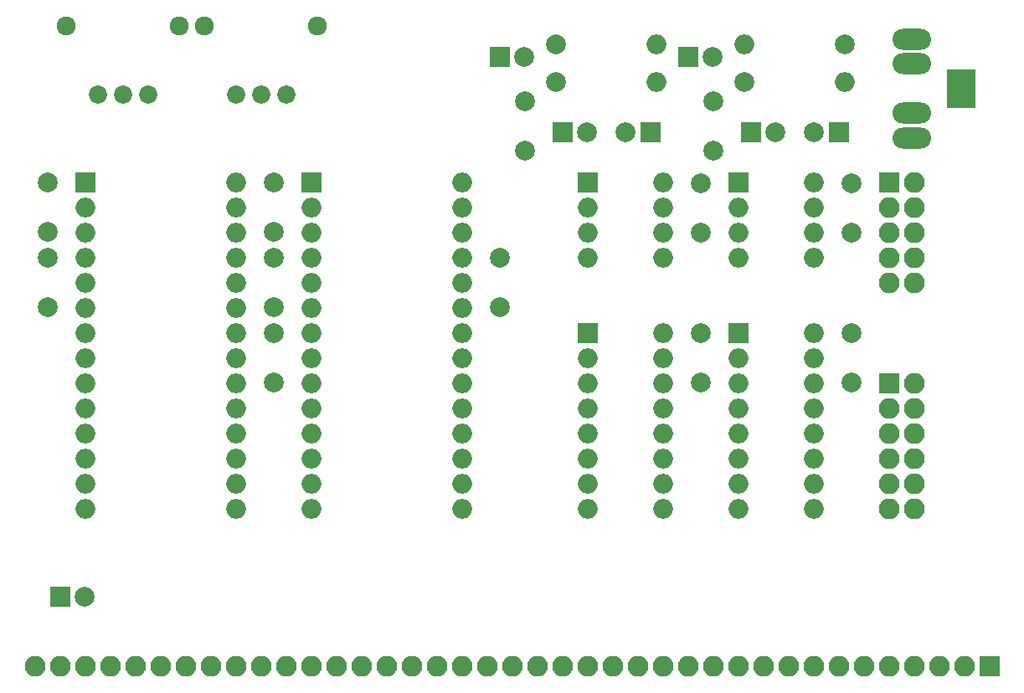
<source format=gbs>
G04 #@! TF.FileFunction,Soldermask,Bot*
%FSLAX46Y46*%
G04 Gerber Fmt 4.6, Leading zero omitted, Abs format (unit mm)*
G04 Created by KiCad (PCBNEW 4.0.7) date 01/23/20 16:05:59*
%MOMM*%
%LPD*%
G01*
G04 APERTURE LIST*
%ADD10C,0.100000*%
%ADD11R,2.000000X2.000000*%
%ADD12O,2.000000X2.000000*%
%ADD13C,2.000000*%
%ADD14R,2.100000X2.100000*%
%ADD15O,2.100000X2.100000*%
%ADD16R,2.900000X3.900000*%
%ADD17O,3.900000X2.150000*%
%ADD18C,1.840000*%
%ADD19C,1.924000*%
G04 APERTURE END LIST*
D10*
D11*
X124460000Y-98425000D03*
D12*
X139700000Y-131445000D03*
X124460000Y-100965000D03*
X139700000Y-128905000D03*
X124460000Y-103505000D03*
X139700000Y-126365000D03*
X124460000Y-106045000D03*
X139700000Y-123825000D03*
X124460000Y-108585000D03*
X139700000Y-121285000D03*
X124460000Y-111125000D03*
X139700000Y-118745000D03*
X124460000Y-113665000D03*
X139700000Y-116205000D03*
X124460000Y-116205000D03*
X139700000Y-113665000D03*
X124460000Y-118745000D03*
X139700000Y-111125000D03*
X124460000Y-121285000D03*
X139700000Y-108585000D03*
X124460000Y-123825000D03*
X139700000Y-106045000D03*
X124460000Y-126365000D03*
X139700000Y-103505000D03*
X124460000Y-128905000D03*
X139700000Y-100965000D03*
X124460000Y-131445000D03*
X139700000Y-98425000D03*
D13*
X120650000Y-106045000D03*
X120650000Y-111045000D03*
X163830000Y-103505000D03*
X163830000Y-98505000D03*
X143510000Y-106045000D03*
X143510000Y-111045000D03*
X179070000Y-103505000D03*
X179070000Y-98505000D03*
X179070000Y-113665000D03*
X179070000Y-118665000D03*
X163830000Y-113665000D03*
X163830000Y-118665000D03*
X97790000Y-98425000D03*
X97790000Y-103425000D03*
X120650000Y-98425000D03*
X120650000Y-103425000D03*
D14*
X193040000Y-147320000D03*
D15*
X190500000Y-147320000D03*
X187960000Y-147320000D03*
X185420000Y-147320000D03*
X182880000Y-147320000D03*
X180340000Y-147320000D03*
X177800000Y-147320000D03*
X175260000Y-147320000D03*
X172720000Y-147320000D03*
X170180000Y-147320000D03*
X167640000Y-147320000D03*
X165100000Y-147320000D03*
X162560000Y-147320000D03*
X160020000Y-147320000D03*
X157480000Y-147320000D03*
X154940000Y-147320000D03*
X152400000Y-147320000D03*
X149860000Y-147320000D03*
X147320000Y-147320000D03*
X144780000Y-147320000D03*
X142240000Y-147320000D03*
X139700000Y-147320000D03*
X137160000Y-147320000D03*
X134620000Y-147320000D03*
X132080000Y-147320000D03*
X129540000Y-147320000D03*
X127000000Y-147320000D03*
X124460000Y-147320000D03*
X121920000Y-147320000D03*
X119380000Y-147320000D03*
X116840000Y-147320000D03*
X114300000Y-147320000D03*
X111760000Y-147320000D03*
X109220000Y-147320000D03*
X106680000Y-147320000D03*
X104140000Y-147320000D03*
X101600000Y-147320000D03*
X99060000Y-147320000D03*
X96520000Y-147320000D03*
D13*
X149225000Y-88265000D03*
D12*
X159385000Y-88265000D03*
D13*
X168275000Y-88265000D03*
D12*
X178435000Y-88265000D03*
D13*
X178435000Y-84455000D03*
D12*
X168275000Y-84455000D03*
D13*
X149225000Y-84455000D03*
D12*
X159385000Y-84455000D03*
D13*
X97790000Y-106045000D03*
X97790000Y-111045000D03*
X120650000Y-113665000D03*
X120650000Y-118665000D03*
D11*
X149860000Y-93345000D03*
D13*
X152360000Y-93345000D03*
D11*
X168910000Y-93345000D03*
D13*
X171410000Y-93345000D03*
D11*
X158750000Y-93345000D03*
D13*
X156250000Y-93345000D03*
D11*
X177800000Y-93345000D03*
D13*
X175300000Y-93345000D03*
X146050000Y-90170000D03*
X146050000Y-95170000D03*
X165100000Y-90170000D03*
X165100000Y-95170000D03*
D11*
X143510000Y-85725000D03*
D13*
X146010000Y-85725000D03*
D11*
X162560000Y-85725000D03*
D13*
X165060000Y-85725000D03*
D11*
X99060000Y-140335000D03*
D13*
X101560000Y-140335000D03*
D14*
X182880000Y-98425000D03*
D15*
X185420000Y-98425000D03*
X182880000Y-100965000D03*
X185420000Y-100965000D03*
X182880000Y-103505000D03*
X185420000Y-103505000D03*
X182880000Y-106045000D03*
X185420000Y-106045000D03*
X182880000Y-108585000D03*
X185420000Y-108585000D03*
D16*
X190191000Y-88900000D03*
D17*
X185185000Y-93900000D03*
X185185000Y-83900000D03*
X185185000Y-91400000D03*
X185185000Y-86400000D03*
D11*
X101600000Y-98425000D03*
D12*
X116840000Y-131445000D03*
X101600000Y-100965000D03*
X116840000Y-128905000D03*
X101600000Y-103505000D03*
X116840000Y-126365000D03*
X101600000Y-106045000D03*
X116840000Y-123825000D03*
X101600000Y-108585000D03*
X116840000Y-121285000D03*
X101600000Y-111125000D03*
X116840000Y-118745000D03*
X101600000Y-113665000D03*
X116840000Y-116205000D03*
X101600000Y-116205000D03*
X116840000Y-113665000D03*
X101600000Y-118745000D03*
X116840000Y-111125000D03*
X101600000Y-121285000D03*
X116840000Y-108585000D03*
X101600000Y-123825000D03*
X116840000Y-106045000D03*
X101600000Y-126365000D03*
X116840000Y-103505000D03*
X101600000Y-128905000D03*
X116840000Y-100965000D03*
X101600000Y-131445000D03*
X116840000Y-98425000D03*
D11*
X152400000Y-98425000D03*
D12*
X160020000Y-106045000D03*
X152400000Y-100965000D03*
X160020000Y-103505000D03*
X152400000Y-103505000D03*
X160020000Y-100965000D03*
X152400000Y-106045000D03*
X160020000Y-98425000D03*
D11*
X167640000Y-98425000D03*
D12*
X175260000Y-106045000D03*
X167640000Y-100965000D03*
X175260000Y-103505000D03*
X167640000Y-103505000D03*
X175260000Y-100965000D03*
X167640000Y-106045000D03*
X175260000Y-98425000D03*
D11*
X167640000Y-113665000D03*
D12*
X175260000Y-131445000D03*
X167640000Y-116205000D03*
X175260000Y-128905000D03*
X167640000Y-118745000D03*
X175260000Y-126365000D03*
X167640000Y-121285000D03*
X175260000Y-123825000D03*
X167640000Y-123825000D03*
X175260000Y-121285000D03*
X167640000Y-126365000D03*
X175260000Y-118745000D03*
X167640000Y-128905000D03*
X175260000Y-116205000D03*
X167640000Y-131445000D03*
X175260000Y-113665000D03*
D11*
X152400000Y-113665000D03*
D12*
X160020000Y-131445000D03*
X152400000Y-116205000D03*
X160020000Y-128905000D03*
X152400000Y-118745000D03*
X160020000Y-126365000D03*
X152400000Y-121285000D03*
X160020000Y-123825000D03*
X152400000Y-123825000D03*
X160020000Y-121285000D03*
X152400000Y-126365000D03*
X160020000Y-118745000D03*
X152400000Y-128905000D03*
X160020000Y-116205000D03*
X152400000Y-131445000D03*
X160020000Y-113665000D03*
D14*
X182880000Y-118745000D03*
D15*
X185420000Y-118745000D03*
X182880000Y-121285000D03*
X185420000Y-121285000D03*
X182880000Y-123825000D03*
X185420000Y-123825000D03*
X182880000Y-126365000D03*
X185420000Y-126365000D03*
X182880000Y-128905000D03*
X185420000Y-128905000D03*
X182880000Y-131445000D03*
X185420000Y-131445000D03*
D18*
X107950000Y-89535000D03*
X105410000Y-89535000D03*
X102870000Y-89535000D03*
D19*
X111125000Y-82550000D03*
X99695000Y-82550000D03*
D18*
X121920000Y-89535000D03*
X119380000Y-89535000D03*
X116840000Y-89535000D03*
D19*
X125095000Y-82550000D03*
X113665000Y-82550000D03*
M02*

</source>
